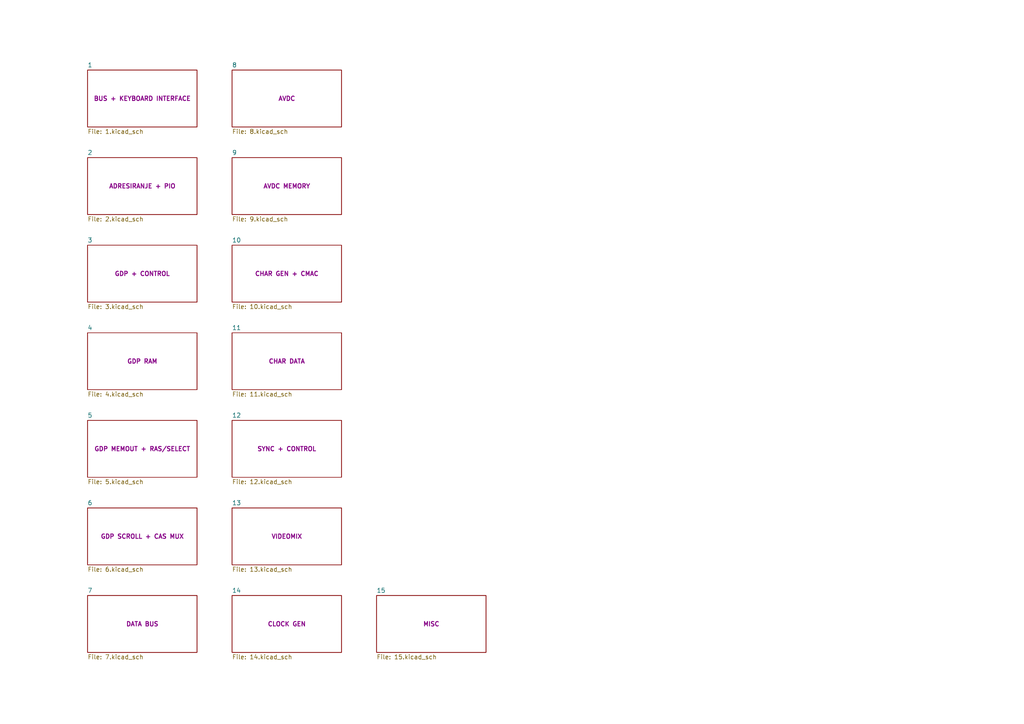
<source format=kicad_sch>
(kicad_sch
	(version 20250114)
	(generator "eeschema")
	(generator_version "9.0")
	(uuid "95aff260-2720-4733-a81d-a7a2136fdd14")
	(paper "A4")
	(title_block
		(title "PARTNER GDP")
		(company "Oddbit Retro")
	)
	(lib_symbols)
	(sheet
		(at 67.31 147.32)
		(size 31.75 16.51)
		(exclude_from_sim no)
		(in_bom yes)
		(on_board yes)
		(dnp no)
		(stroke
			(width 0.1524)
			(type solid)
		)
		(fill
			(color 0 0 0 0.0000)
		)
		(uuid "123266b5-995d-4527-ad06-2cb8a9732efd")
		(property "Sheetname" "13"
			(at 67.31 146.6084 0)
			(effects
				(font
					(size 1.27 1.27)
				)
				(justify left bottom)
			)
		)
		(property "Sheetfile" "13.kicad_sch"
			(at 67.31 164.4146 0)
			(effects
				(font
					(size 1.27 1.27)
				)
				(justify left top)
			)
		)
		(property "Text" "VIDEOMIX"
			(at 83.185 155.575 0)
			(effects
				(font
					(size 1.27 1.27)
					(bold yes)
				)
			)
		)
		(instances
			(project "gdp"
				(path "/95aff260-2720-4733-a81d-a7a2136fdd14"
					(page "14")
				)
			)
		)
	)
	(sheet
		(at 67.31 20.32)
		(size 31.75 16.51)
		(exclude_from_sim no)
		(in_bom yes)
		(on_board yes)
		(dnp no)
		(stroke
			(width 0.1524)
			(type solid)
		)
		(fill
			(color 0 0 0 0.0000)
		)
		(uuid "1e5736c7-7f09-4d36-9f85-33f8211ca85b")
		(property "Sheetname" "8"
			(at 67.31 19.6084 0)
			(effects
				(font
					(size 1.27 1.27)
				)
				(justify left bottom)
			)
		)
		(property "Sheetfile" "8.kicad_sch"
			(at 67.31 37.4146 0)
			(effects
				(font
					(size 1.27 1.27)
				)
				(justify left top)
			)
		)
		(property "Text" "AVDC"
			(at 83.185 28.575 0)
			(effects
				(font
					(size 1.27 1.27)
					(bold yes)
				)
			)
		)
		(instances
			(project "gdp"
				(path "/95aff260-2720-4733-a81d-a7a2136fdd14"
					(page "9")
				)
			)
		)
	)
	(sheet
		(at 109.22 172.72)
		(size 31.75 16.51)
		(exclude_from_sim no)
		(in_bom yes)
		(on_board yes)
		(dnp no)
		(stroke
			(width 0.1524)
			(type solid)
		)
		(fill
			(color 0 0 0 0.0000)
		)
		(uuid "44a9780b-71f6-40f0-9057-b92b2aeabcf0")
		(property "Sheetname" "15"
			(at 109.22 172.0084 0)
			(effects
				(font
					(size 1.27 1.27)
				)
				(justify left bottom)
			)
		)
		(property "Sheetfile" "15.kicad_sch"
			(at 109.22 189.8146 0)
			(effects
				(font
					(size 1.27 1.27)
				)
				(justify left top)
			)
		)
		(property "Text" "MISC"
			(at 125.095 180.975 0)
			(effects
				(font
					(size 1.27 1.27)
					(bold yes)
				)
			)
		)
		(instances
			(project "gdp"
				(path "/95aff260-2720-4733-a81d-a7a2136fdd14"
					(page "16")
				)
			)
		)
	)
	(sheet
		(at 67.31 45.72)
		(size 31.75 16.51)
		(exclude_from_sim no)
		(in_bom yes)
		(on_board yes)
		(dnp no)
		(stroke
			(width 0.1524)
			(type solid)
		)
		(fill
			(color 0 0 0 0.0000)
		)
		(uuid "5420fe53-9172-4320-b1ae-7476e0c7581b")
		(property "Sheetname" "9"
			(at 67.31 45.0084 0)
			(effects
				(font
					(size 1.27 1.27)
				)
				(justify left bottom)
			)
		)
		(property "Sheetfile" "9.kicad_sch"
			(at 67.31 62.8146 0)
			(effects
				(font
					(size 1.27 1.27)
				)
				(justify left top)
			)
		)
		(property "Text" "AVDC MEMORY"
			(at 83.185 53.975 0)
			(effects
				(font
					(size 1.27 1.27)
					(bold yes)
				)
			)
		)
		(instances
			(project "gdp"
				(path "/95aff260-2720-4733-a81d-a7a2136fdd14"
					(page "10")
				)
			)
		)
	)
	(sheet
		(at 67.31 121.92)
		(size 31.75 16.51)
		(exclude_from_sim no)
		(in_bom yes)
		(on_board yes)
		(dnp no)
		(stroke
			(width 0.1524)
			(type solid)
		)
		(fill
			(color 0 0 0 0.0000)
		)
		(uuid "7e43dd6e-b5cb-462f-9bfd-3d0ee9fd8751")
		(property "Sheetname" "12"
			(at 67.31 121.2084 0)
			(effects
				(font
					(size 1.27 1.27)
				)
				(justify left bottom)
			)
		)
		(property "Sheetfile" "12.kicad_sch"
			(at 67.31 139.0146 0)
			(effects
				(font
					(size 1.27 1.27)
				)
				(justify left top)
			)
		)
		(property "Text" "SYNC + CONTROL"
			(at 83.185 130.175 0)
			(effects
				(font
					(size 1.27 1.27)
					(bold yes)
				)
			)
		)
		(instances
			(project "gdp"
				(path "/95aff260-2720-4733-a81d-a7a2136fdd14"
					(page "13")
				)
			)
		)
	)
	(sheet
		(at 25.4 172.72)
		(size 31.75 16.51)
		(exclude_from_sim no)
		(in_bom yes)
		(on_board yes)
		(dnp no)
		(stroke
			(width 0.1524)
			(type solid)
		)
		(fill
			(color 0 0 0 0.0000)
		)
		(uuid "953bb077-6bb4-4683-bd3b-895ed53ec170")
		(property "Sheetname" "7"
			(at 25.4 172.0084 0)
			(effects
				(font
					(size 1.27 1.27)
				)
				(justify left bottom)
			)
		)
		(property "Sheetfile" "7.kicad_sch"
			(at 25.4 189.8146 0)
			(effects
				(font
					(size 1.27 1.27)
				)
				(justify left top)
			)
		)
		(property "Text" "DATA BUS"
			(at 41.275 180.975 0)
			(effects
				(font
					(size 1.27 1.27)
					(bold yes)
				)
			)
		)
		(instances
			(project "gdp"
				(path "/95aff260-2720-4733-a81d-a7a2136fdd14"
					(page "8")
				)
			)
		)
	)
	(sheet
		(at 25.4 71.12)
		(size 31.75 16.51)
		(exclude_from_sim no)
		(in_bom yes)
		(on_board yes)
		(dnp no)
		(stroke
			(width 0.1524)
			(type solid)
		)
		(fill
			(color 0 0 0 0.0000)
		)
		(uuid "a792f856-eda0-4c7e-9974-4020eb15499f")
		(property "Sheetname" "3"
			(at 25.4 70.4084 0)
			(effects
				(font
					(size 1.27 1.27)
				)
				(justify left bottom)
			)
		)
		(property "Sheetfile" "3.kicad_sch"
			(at 25.4 88.2146 0)
			(effects
				(font
					(size 1.27 1.27)
				)
				(justify left top)
			)
		)
		(property "Text" "GDP + CONTROL"
			(at 41.275 79.375 0)
			(effects
				(font
					(size 1.27 1.27)
					(bold yes)
				)
			)
		)
		(instances
			(project "gdp"
				(path "/95aff260-2720-4733-a81d-a7a2136fdd14"
					(page "4")
				)
			)
		)
	)
	(sheet
		(at 67.31 172.72)
		(size 31.75 16.51)
		(exclude_from_sim no)
		(in_bom yes)
		(on_board yes)
		(dnp no)
		(stroke
			(width 0.1524)
			(type solid)
		)
		(fill
			(color 0 0 0 0.0000)
		)
		(uuid "b2d99a56-eb50-41cd-94b5-019756774957")
		(property "Sheetname" "14"
			(at 67.31 172.0084 0)
			(effects
				(font
					(size 1.27 1.27)
				)
				(justify left bottom)
			)
		)
		(property "Sheetfile" "14.kicad_sch"
			(at 67.31 189.8146 0)
			(effects
				(font
					(size 1.27 1.27)
				)
				(justify left top)
			)
		)
		(property "Text" "CLOCK GEN"
			(at 83.185 180.975 0)
			(effects
				(font
					(size 1.27 1.27)
					(bold yes)
				)
			)
		)
		(instances
			(project "gdp"
				(path "/95aff260-2720-4733-a81d-a7a2136fdd14"
					(page "15")
				)
			)
		)
	)
	(sheet
		(at 67.31 71.12)
		(size 31.75 16.51)
		(exclude_from_sim no)
		(in_bom yes)
		(on_board yes)
		(dnp no)
		(stroke
			(width 0.1524)
			(type solid)
		)
		(fill
			(color 0 0 0 0.0000)
		)
		(uuid "ba395ee3-de2f-4f14-bf28-234301706162")
		(property "Sheetname" "10"
			(at 67.31 70.4084 0)
			(effects
				(font
					(size 1.27 1.27)
				)
				(justify left bottom)
			)
		)
		(property "Sheetfile" "10.kicad_sch"
			(at 67.31 88.2146 0)
			(effects
				(font
					(size 1.27 1.27)
				)
				(justify left top)
			)
		)
		(property "Text" "CHAR GEN + CMAC"
			(at 83.185 79.375 0)
			(effects
				(font
					(size 1.27 1.27)
					(bold yes)
				)
			)
		)
		(instances
			(project "gdp"
				(path "/95aff260-2720-4733-a81d-a7a2136fdd14"
					(page "11")
				)
			)
		)
	)
	(sheet
		(at 25.4 121.92)
		(size 31.75 16.51)
		(exclude_from_sim no)
		(in_bom yes)
		(on_board yes)
		(dnp no)
		(stroke
			(width 0.1524)
			(type solid)
		)
		(fill
			(color 0 0 0 0.0000)
		)
		(uuid "c2399418-5be2-4a84-8b56-c34f01a784cb")
		(property "Sheetname" "5"
			(at 25.4 121.2084 0)
			(effects
				(font
					(size 1.27 1.27)
				)
				(justify left bottom)
			)
		)
		(property "Sheetfile" "5.kicad_sch"
			(at 25.4 139.0146 0)
			(effects
				(font
					(size 1.27 1.27)
				)
				(justify left top)
			)
		)
		(property "Text" "GDP MEMOUT + RAS/SELECT"
			(at 41.275 130.175 0)
			(effects
				(font
					(size 1.27 1.27)
					(bold yes)
				)
			)
		)
		(instances
			(project "gdp"
				(path "/95aff260-2720-4733-a81d-a7a2136fdd14"
					(page "6")
				)
			)
		)
	)
	(sheet
		(at 25.4 147.32)
		(size 31.75 16.51)
		(exclude_from_sim no)
		(in_bom yes)
		(on_board yes)
		(dnp no)
		(stroke
			(width 0.1524)
			(type solid)
		)
		(fill
			(color 0 0 0 0.0000)
		)
		(uuid "d5ea0e5f-1e62-4ebe-9548-dbc71a82a27b")
		(property "Sheetname" "6"
			(at 25.4 146.6084 0)
			(effects
				(font
					(size 1.27 1.27)
				)
				(justify left bottom)
			)
		)
		(property "Sheetfile" "6.kicad_sch"
			(at 25.4 164.4146 0)
			(effects
				(font
					(size 1.27 1.27)
				)
				(justify left top)
			)
		)
		(property "Text" "GDP SCROLL + CAS MUX"
			(at 41.275 155.575 0)
			(effects
				(font
					(size 1.27 1.27)
					(bold yes)
				)
			)
		)
		(instances
			(project "gdp"
				(path "/95aff260-2720-4733-a81d-a7a2136fdd14"
					(page "7")
				)
			)
		)
	)
	(sheet
		(at 67.31 96.52)
		(size 31.75 16.51)
		(exclude_from_sim no)
		(in_bom yes)
		(on_board yes)
		(dnp no)
		(stroke
			(width 0.1524)
			(type solid)
		)
		(fill
			(color 0 0 0 0.0000)
		)
		(uuid "d6b86f16-da3f-4420-ad10-a48d1b11a79a")
		(property "Sheetname" "11"
			(at 67.31 95.8084 0)
			(effects
				(font
					(size 1.27 1.27)
				)
				(justify left bottom)
			)
		)
		(property "Sheetfile" "11.kicad_sch"
			(at 67.31 113.6146 0)
			(effects
				(font
					(size 1.27 1.27)
				)
				(justify left top)
			)
		)
		(property "Text" "CHAR DATA"
			(at 83.185 104.775 0)
			(effects
				(font
					(size 1.27 1.27)
					(bold yes)
				)
			)
		)
		(instances
			(project "gdp"
				(path "/95aff260-2720-4733-a81d-a7a2136fdd14"
					(page "12")
				)
			)
		)
	)
	(sheet
		(at 25.4 96.52)
		(size 31.75 16.51)
		(exclude_from_sim no)
		(in_bom yes)
		(on_board yes)
		(dnp no)
		(stroke
			(width 0.1524)
			(type solid)
		)
		(fill
			(color 0 0 0 0.0000)
		)
		(uuid "e98871a8-cfbc-48a6-bd1b-47ad43a4804b")
		(property "Sheetname" "4"
			(at 25.4 95.8084 0)
			(effects
				(font
					(size 1.27 1.27)
				)
				(justify left bottom)
			)
		)
		(property "Sheetfile" "4.kicad_sch"
			(at 25.4 113.6146 0)
			(effects
				(font
					(size 1.27 1.27)
				)
				(justify left top)
			)
		)
		(property "Text" "GDP RAM"
			(at 41.275 104.775 0)
			(effects
				(font
					(size 1.27 1.27)
					(bold yes)
				)
			)
		)
		(instances
			(project "gdp"
				(path "/95aff260-2720-4733-a81d-a7a2136fdd14"
					(page "5")
				)
			)
		)
	)
	(sheet
		(at 25.4 45.72)
		(size 31.75 16.51)
		(exclude_from_sim no)
		(in_bom yes)
		(on_board yes)
		(dnp no)
		(stroke
			(width 0.1524)
			(type solid)
		)
		(fill
			(color 0 0 0 0.0000)
		)
		(uuid "ed2e3011-1fbf-423e-aa8b-2b4bbe99b1f1")
		(property "Sheetname" "2"
			(at 25.4 45.0084 0)
			(effects
				(font
					(size 1.27 1.27)
				)
				(justify left bottom)
			)
		)
		(property "Sheetfile" "2.kicad_sch"
			(at 25.4 62.8146 0)
			(effects
				(font
					(size 1.27 1.27)
				)
				(justify left top)
			)
		)
		(property "Text" "ADRESIRANJE + PIO"
			(at 41.275 53.975 0)
			(effects
				(font
					(size 1.27 1.27)
					(bold yes)
				)
			)
		)
		(instances
			(project "gdp"
				(path "/95aff260-2720-4733-a81d-a7a2136fdd14"
					(page "3")
				)
			)
		)
	)
	(sheet
		(at 25.4 20.32)
		(size 31.75 16.51)
		(exclude_from_sim no)
		(in_bom yes)
		(on_board yes)
		(dnp no)
		(stroke
			(width 0.1524)
			(type solid)
		)
		(fill
			(color 0 0 0 0.0000)
		)
		(uuid "fb334c08-c103-46ff-b900-c3f57a56f58c")
		(property "Sheetname" "1"
			(at 25.4 19.6084 0)
			(effects
				(font
					(size 1.27 1.27)
				)
				(justify left bottom)
			)
		)
		(property "Sheetfile" "1.kicad_sch"
			(at 25.4 37.4146 0)
			(effects
				(font
					(size 1.27 1.27)
				)
				(justify left top)
			)
		)
		(property "Text" "BUS + KEYBOARD INTERFACE"
			(at 41.275 28.575 0)
			(effects
				(font
					(size 1.27 1.27)
					(bold yes)
				)
			)
		)
		(instances
			(project "gdp"
				(path "/95aff260-2720-4733-a81d-a7a2136fdd14"
					(page "2")
				)
			)
		)
	)
	(sheet_instances
		(path "/"
			(page "1")
		)
	)
	(embedded_fonts no)
)

</source>
